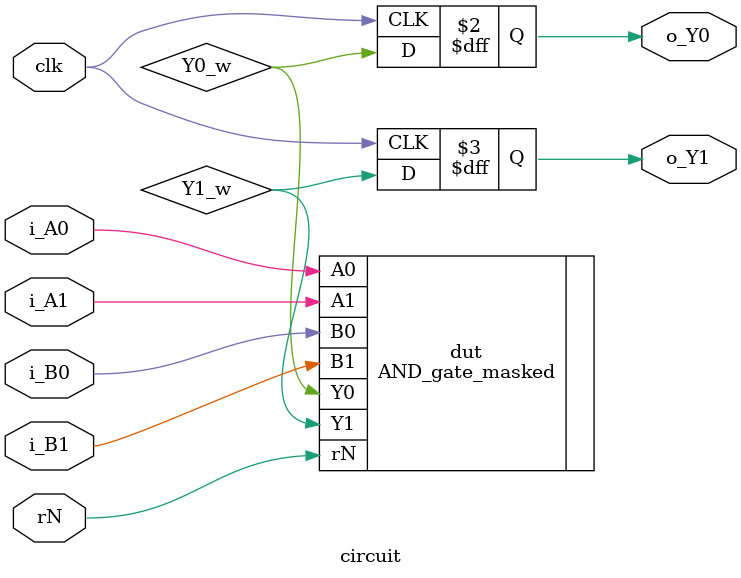
<source format=v>
module circuit (
    input  wire clk,

    input  wire i_A0,
    input  wire i_A1,
    input  wire i_B0,
    input  wire i_B1,
    input  wire rN,

    output reg  o_Y0,
    output reg  o_Y1
);

    wire Y0_w, Y1_w;

    // Instantiate masked AND
    AND_gate_masked dut (
        .A0(i_A0),
        .A1(i_A1),
        .B0(i_B0),
        .B1(i_B1),
        .rN(rN),
        .Y0(Y0_w),
        .Y1(Y1_w)
    );

    // Register outputs (required by PROLEAD)
    always @(posedge clk) begin
        o_Y0 <= Y0_w;
        o_Y1 <= Y1_w;
    end

endmodule

</source>
